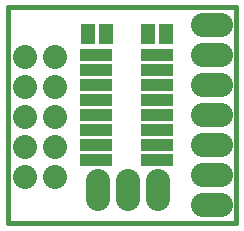
<source format=gts>
G04 (created by PCBNEW-RS274X (2010-03-14)-final) date vie 11 nov 2011 19:20:16 ART*
G01*
G70*
G90*
%MOIN*%
G04 Gerber Fmt 3.4, Leading zero omitted, Abs format*
%FSLAX34Y34*%
G04 APERTURE LIST*
%ADD10C,0.000100*%
%ADD11C,0.015000*%
%ADD12R,0.106600X0.043600*%
%ADD13C,0.080000*%
%ADD14O,0.080000X0.140000*%
%ADD15O,0.140000X0.080000*%
%ADD16R,0.045000X0.065000*%
G04 APERTURE END LIST*
G54D10*
G54D11*
X67850Y-62400D02*
X67850Y-55200D01*
X75450Y-62400D02*
X67850Y-62400D01*
X75450Y-55200D02*
X75450Y-62400D01*
X67850Y-55200D02*
X75450Y-55200D01*
G54D12*
X70777Y-56800D03*
X70777Y-57300D03*
X70777Y-57800D03*
X70777Y-58300D03*
X70777Y-58800D03*
X70777Y-59300D03*
X70777Y-59800D03*
X70777Y-60300D03*
X72823Y-60300D03*
X72823Y-59800D03*
X72823Y-59300D03*
X72823Y-58800D03*
X72823Y-58300D03*
X72823Y-57800D03*
X72823Y-57300D03*
X72823Y-56800D03*
G54D13*
X69400Y-56850D03*
X68400Y-56850D03*
X69400Y-57850D03*
X68400Y-57850D03*
X69400Y-58850D03*
X68400Y-58850D03*
X69400Y-59850D03*
X68400Y-59850D03*
X69400Y-60850D03*
X68400Y-60850D03*
G54D14*
X72850Y-61300D03*
X71850Y-61300D03*
X70850Y-61300D03*
G54D15*
X74650Y-55800D03*
X74650Y-56800D03*
X74650Y-57800D03*
X74650Y-58800D03*
X74650Y-59800D03*
X74650Y-60800D03*
X74650Y-61800D03*
G54D16*
X73100Y-56100D03*
X72500Y-56100D03*
X71100Y-56100D03*
X70500Y-56100D03*
M02*

</source>
